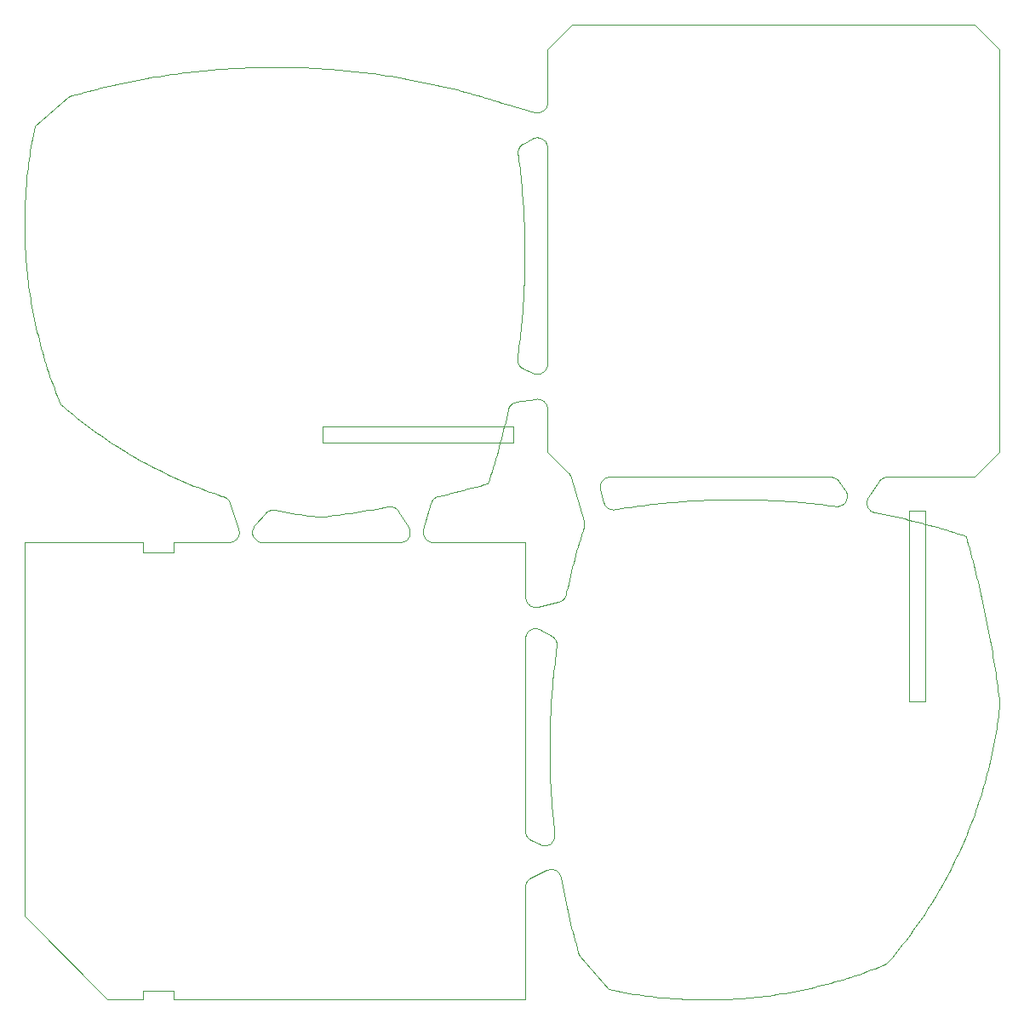
<source format=gko>
%MOIN*%
%OFA0B0*%
%FSLAX44Y44*%
%IPPOS*%
%LPD*%
%ADD10C,0*%
D10*
X00014701Y00017913D02*
X00014701Y00017913D01*
X00009314Y00017913D01*
X00009269Y00017915D01*
X00009225Y00017923D01*
X00009181Y00017936D01*
X00009140Y00017953D01*
X00009101Y00017975D01*
X00009065Y00018002D01*
X00009031Y00018032D01*
X00009002Y00018066D01*
X00008977Y00018103D01*
X00008956Y00018143D01*
X00008939Y00018185D01*
X00008928Y00018229D01*
X00008922Y00018273D01*
X00008920Y00018318D01*
X00008924Y00018363D01*
X00008933Y00018407D01*
X00008947Y00018450D01*
X00008966Y00018491D01*
X00008989Y00018529D01*
X00009016Y00018565D01*
X00009432Y00019044D01*
X00009446Y00019059D01*
X00009461Y00019074D01*
X00009477Y00019088D01*
X00009493Y00019101D01*
X00009510Y00019113D01*
X00009528Y00019124D01*
X00009546Y00019134D01*
X00009565Y00019143D01*
X00009584Y00019152D01*
X00009604Y00019159D01*
X00009624Y00019165D01*
X00009644Y00019170D01*
X00009664Y00019174D01*
X00009685Y00019177D01*
X00009706Y00019179D01*
X00009727Y00019180D01*
X00009748Y00019179D01*
X00009768Y00019178D01*
X00009789Y00019175D01*
X00009810Y00019171D01*
X00009812Y00019171D01*
X00009975Y00019139D01*
X00010139Y00019108D01*
X00010302Y00019078D01*
X00010466Y00019050D01*
X00010631Y00019024D01*
X00010795Y00018999D01*
X00010960Y00018976D01*
X00011125Y00018954D01*
X00011290Y00018933D01*
X00011455Y00018915D01*
X00011621Y00018897D01*
X00011786Y00018918D01*
X00011952Y00018940D01*
X00012117Y00018962D01*
X00012282Y00018985D01*
X00012448Y00019008D01*
X00012613Y00019032D01*
X00012778Y00019057D01*
X00012943Y00019082D01*
X00013107Y00019108D01*
X00013272Y00019134D01*
X00013437Y00019162D01*
X00013601Y00019189D01*
X00013766Y00019218D01*
X00013930Y00019247D01*
X00014094Y00019276D01*
X00014245Y00019304D01*
X00014268Y00019308D01*
X00014292Y00019310D01*
X00014315Y00019311D01*
X00014338Y00019310D01*
X00014362Y00019308D01*
X00014385Y00019305D01*
X00014408Y00019300D01*
X00014430Y00019294D01*
X00014453Y00019286D01*
X00014474Y00019277D01*
X00014496Y00019267D01*
X00014516Y00019256D01*
X00014536Y00019244D01*
X00014555Y00019230D01*
X00014573Y00019215D01*
X00014591Y00019199D01*
X00014607Y00019183D01*
X00014622Y00019165D01*
X00014636Y00019146D01*
X00014649Y00019127D01*
X00015034Y00018516D01*
X00015054Y00018480D01*
X00015071Y00018441D01*
X00015083Y00018401D01*
X00015091Y00018360D01*
X00015094Y00018318D01*
X00015093Y00018276D01*
X00015088Y00018234D01*
X00015078Y00018194D01*
X00015064Y00018154D01*
X00015046Y00018116D01*
X00015023Y00018081D01*
X00014998Y00018048D01*
X00014968Y00018018D01*
X00014936Y00017991D01*
X00014901Y00017968D01*
X00014864Y00017948D01*
X00014825Y00017933D01*
X00014784Y00017922D01*
X00014743Y00017915D01*
X00014701Y00017913D01*
X00022927Y00020472D02*
X00022927Y00020472D01*
X00031563Y00020472D01*
X00031582Y00020471D01*
X00031601Y00020470D01*
X00031619Y00020468D01*
X00031638Y00020465D01*
X00031656Y00020461D01*
X00031674Y00020456D01*
X00031692Y00020450D01*
X00031710Y00020444D01*
X00031727Y00020436D01*
X00031744Y00020428D01*
X00031761Y00020419D01*
X00031777Y00020409D01*
X00031792Y00020398D01*
X00031807Y00020387D01*
X00031822Y00020375D01*
X00031836Y00020362D01*
X00031849Y00020349D01*
X00031862Y00020335D01*
X00031873Y00020320D01*
X00031885Y00020305D01*
X00032140Y00019944D01*
X00032164Y00019905D01*
X00032184Y00019864D01*
X00032198Y00019821D01*
X00032208Y00019776D01*
X00032212Y00019731D01*
X00032211Y00019685D01*
X00032204Y00019640D01*
X00032193Y00019596D01*
X00032176Y00019553D01*
X00032155Y00019513D01*
X00032129Y00019475D01*
X00032099Y00019441D01*
X00032065Y00019410D01*
X00032028Y00019384D01*
X00031988Y00019362D01*
X00031946Y00019344D01*
X00031902Y00019332D01*
X00031857Y00019325D01*
X00031811Y00019323D01*
X00031765Y00019327D01*
X00031679Y00019339D01*
X00031514Y00019360D01*
X00031348Y00019380D01*
X00031183Y00019400D01*
X00031017Y00019419D01*
X00030852Y00019436D01*
X00030686Y00019453D01*
X00030520Y00019469D01*
X00030354Y00019483D01*
X00030188Y00019497D01*
X00030022Y00019510D01*
X00029856Y00019522D01*
X00029689Y00019533D01*
X00029523Y00019543D01*
X00029357Y00019552D01*
X00029190Y00019560D01*
X00029024Y00019567D01*
X00028857Y00019573D01*
X00028691Y00019578D01*
X00028524Y00019583D01*
X00028358Y00019586D01*
X00028191Y00019588D01*
X00028025Y00019590D01*
X00027858Y00019590D01*
X00027691Y00019590D01*
X00027525Y00019588D01*
X00027358Y00019586D01*
X00027192Y00019582D01*
X00027025Y00019578D01*
X00026859Y00019572D01*
X00026692Y00019566D01*
X00026526Y00019559D01*
X00026359Y00019551D01*
X00026193Y00019542D01*
X00026027Y00019531D01*
X00025860Y00019520D01*
X00025694Y00019508D01*
X00025528Y00019495D01*
X00025362Y00019481D01*
X00025196Y00019466D01*
X00025030Y00019451D01*
X00024865Y00019434D01*
X00024699Y00019416D01*
X00024533Y00019397D01*
X00024368Y00019378D01*
X00024203Y00019357D01*
X00024037Y00019335D01*
X00023872Y00019313D01*
X00023707Y00019289D01*
X00023543Y00019265D01*
X00023378Y00019240D01*
X00023213Y00019213D01*
X00023123Y00019198D01*
X00023094Y00019195D01*
X00023065Y00019193D01*
X00023036Y00019194D01*
X00023008Y00019196D01*
X00022979Y00019201D01*
X00022951Y00019208D01*
X00022923Y00019217D01*
X00022896Y00019228D01*
X00022870Y00019241D01*
X00022845Y00019256D01*
X00022822Y00019272D01*
X00022799Y00019291D01*
X00022778Y00019311D01*
X00022759Y00019332D01*
X00022741Y00019355D01*
X00022724Y00019379D01*
X00022710Y00019404D01*
X00022697Y00019430D01*
X00022687Y00019457D01*
X00022678Y00019485D01*
X00022547Y00019976D01*
X00022539Y00020012D01*
X00022535Y00020047D01*
X00022533Y00020083D01*
X00022536Y00020119D01*
X00022541Y00020155D01*
X00022550Y00020190D01*
X00022561Y00020224D01*
X00022576Y00020257D01*
X00022594Y00020288D01*
X00022615Y00020318D01*
X00022638Y00020346D01*
X00022664Y00020371D01*
X00022692Y00020394D01*
X00022721Y00020414D01*
X00022753Y00020431D01*
X00022786Y00020446D01*
X00022820Y00020457D01*
X00022855Y00020465D01*
X00022891Y00020470D01*
X00022927Y00020472D01*
X00019616Y00014147D02*
X00019616Y00014147D01*
X00019618Y00014188D01*
X00019624Y00014228D01*
X00019635Y00014268D01*
X00019649Y00014306D01*
X00019668Y00014343D01*
X00019690Y00014377D01*
X00019716Y00014409D01*
X00019745Y00014438D01*
X00019777Y00014464D01*
X00019811Y00014487D01*
X00019848Y00014506D01*
X00019886Y00014520D01*
X00019925Y00014531D01*
X00019966Y00014538D01*
X00020007Y00014540D01*
X00020048Y00014538D01*
X00020089Y00014532D01*
X00020128Y00014522D01*
X00020167Y00014508D01*
X00020203Y00014489D01*
X00020650Y00014236D01*
X00020670Y00014224D01*
X00020689Y00014211D01*
X00020708Y00014196D01*
X00020725Y00014181D01*
X00020742Y00014164D01*
X00020758Y00014147D01*
X00020772Y00014128D01*
X00020786Y00014109D01*
X00020798Y00014089D01*
X00020809Y00014068D01*
X00020819Y00014047D01*
X00020827Y00014025D01*
X00020834Y00014003D01*
X00020840Y00013980D01*
X00020844Y00013957D01*
X00020848Y00013933D01*
X00020849Y00013910D01*
X00020849Y00013887D01*
X00020848Y00013863D01*
X00020846Y00013840D01*
X00020824Y00013682D01*
X00020802Y00013517D01*
X00020781Y00013353D01*
X00020762Y00013188D01*
X00020743Y00013023D01*
X00020725Y00012859D01*
X00020708Y00012694D01*
X00020692Y00012529D01*
X00020677Y00012363D01*
X00020662Y00012198D01*
X00020649Y00012033D01*
X00020637Y00011868D01*
X00020626Y00011702D01*
X00020615Y00011537D01*
X00020606Y00011371D01*
X00020597Y00011205D01*
X00020590Y00011040D01*
X00020583Y00010874D01*
X00020578Y00010708D01*
X00020573Y00010543D01*
X00020569Y00010377D01*
X00020567Y00010211D01*
X00020565Y00010045D01*
X00020564Y00009879D01*
X00020564Y00009714D01*
X00020565Y00009548D01*
X00020567Y00009382D01*
X00020570Y00009216D01*
X00020574Y00009050D01*
X00020579Y00008885D01*
X00020585Y00008719D01*
X00020592Y00008553D01*
X00020600Y00008387D01*
X00020608Y00008222D01*
X00020618Y00008056D01*
X00020629Y00007891D01*
X00020640Y00007725D01*
X00020653Y00007560D01*
X00020666Y00007395D01*
X00020681Y00007230D01*
X00020696Y00007064D01*
X00020712Y00006899D01*
X00020730Y00006735D01*
X00020748Y00006570D01*
X00020759Y00006477D01*
X00020761Y00006435D01*
X00020759Y00006393D01*
X00020753Y00006352D01*
X00020743Y00006312D01*
X00020728Y00006273D01*
X00020709Y00006235D01*
X00020686Y00006200D01*
X00020660Y00006168D01*
X00020631Y00006138D01*
X00020598Y00006112D01*
X00020563Y00006089D01*
X00020526Y00006071D01*
X00020487Y00006056D01*
X00020446Y00006045D01*
X00020405Y00006039D01*
X00020363Y00006038D01*
X00020321Y00006040D01*
X00020280Y00006047D01*
X00020240Y00006059D01*
X00020201Y00006074D01*
X00019843Y00006241D01*
X00019823Y00006251D01*
X00019804Y00006262D01*
X00019785Y00006274D01*
X00019767Y00006288D01*
X00019750Y00006302D01*
X00019733Y00006317D01*
X00019718Y00006333D01*
X00019703Y00006350D01*
X00019690Y00006368D01*
X00019677Y00006386D01*
X00019666Y00006406D01*
X00019656Y00006425D01*
X00019646Y00006446D01*
X00019638Y00006467D01*
X00019631Y00006488D01*
X00019626Y00006509D01*
X00019621Y00006531D01*
X00019618Y00006553D01*
X00019616Y00006576D01*
X00019616Y00006598D01*
X00019616Y00014147D01*
X00021316Y00020612D02*
X00021316Y00020612D01*
X00021323Y00020605D01*
X00021329Y00020598D01*
X00021336Y00020591D01*
X00021342Y00020583D01*
X00021349Y00020575D01*
X00021355Y00020567D01*
X00021360Y00020559D01*
X00021366Y00020551D01*
X00021371Y00020543D01*
X00021376Y00020534D01*
X00021381Y00020526D01*
X00021386Y00020517D01*
X00021391Y00020508D01*
X00021395Y00020499D01*
X00021399Y00020490D01*
X00021403Y00020481D01*
X00021406Y00020472D01*
X00021410Y00020462D01*
X00021413Y00020453D01*
X00021416Y00020443D01*
X00021909Y00018739D01*
X00021912Y00018728D01*
X00021915Y00018717D01*
X00021917Y00018706D01*
X00021919Y00018694D01*
X00021921Y00018683D01*
X00021922Y00018671D01*
X00021923Y00018660D01*
X00021924Y00018648D01*
X00021924Y00018637D01*
X00021924Y00018625D01*
X00021924Y00018614D01*
X00021923Y00018602D01*
X00021922Y00018591D01*
X00021921Y00018579D01*
X00021920Y00018568D01*
X00021918Y00018557D01*
X00021915Y00018545D01*
X00021913Y00018534D01*
X00021910Y00018523D01*
X00021906Y00018512D01*
X00021862Y00018372D01*
X00021814Y00018213D01*
X00021766Y00018054D01*
X00021719Y00017895D01*
X00021673Y00017736D01*
X00021628Y00017576D01*
X00021583Y00017416D01*
X00021540Y00017256D01*
X00021498Y00017096D01*
X00021456Y00016936D01*
X00021416Y00016775D01*
X00021376Y00016614D01*
X00021338Y00016452D01*
X00021300Y00016291D01*
X00021263Y00016129D01*
X00021227Y00015967D01*
X00021209Y00015883D01*
X00021204Y00015861D01*
X00021197Y00015840D01*
X00021190Y00015819D01*
X00021181Y00015799D01*
X00021171Y00015779D01*
X00021160Y00015760D01*
X00021148Y00015741D01*
X00021135Y00015723D01*
X00021121Y00015706D01*
X00021105Y00015690D01*
X00021089Y00015675D01*
X00021073Y00015660D01*
X00021055Y00015647D01*
X00021037Y00015634D01*
X00021018Y00015623D01*
X00020998Y00015612D01*
X00020978Y00015603D01*
X00020957Y00015595D01*
X00020936Y00015588D01*
X00020915Y00015583D01*
X00020100Y00015390D01*
X00020065Y00015384D01*
X00020030Y00015380D01*
X00019994Y00015380D01*
X00019959Y00015383D01*
X00019924Y00015389D01*
X00019890Y00015399D01*
X00019856Y00015411D01*
X00019824Y00015426D01*
X00019794Y00015444D01*
X00019765Y00015465D01*
X00019738Y00015488D01*
X00019714Y00015514D01*
X00019691Y00015541D01*
X00019672Y00015571D01*
X00019655Y00015602D01*
X00019641Y00015635D01*
X00019630Y00015668D01*
X00019622Y00015703D01*
X00019617Y00015738D01*
X00019616Y00015774D01*
X00019616Y00017913D01*
X00016007Y00017913D01*
X00015970Y00017915D01*
X00015934Y00017920D01*
X00015899Y00017928D01*
X00015865Y00017939D01*
X00015831Y00017954D01*
X00015800Y00017972D01*
X00015770Y00017992D01*
X00015742Y00018015D01*
X00015716Y00018041D01*
X00015693Y00018069D01*
X00015672Y00018099D01*
X00015655Y00018130D01*
X00015640Y00018164D01*
X00015628Y00018198D01*
X00015620Y00018233D01*
X00015615Y00018269D01*
X00015613Y00018306D01*
X00015615Y00018342D01*
X00015620Y00018378D01*
X00015628Y00018413D01*
X00015916Y00019438D01*
X00015922Y00019458D01*
X00015930Y00019478D01*
X00015938Y00019497D01*
X00015947Y00019516D01*
X00015958Y00019534D01*
X00015969Y00019552D01*
X00015981Y00019569D01*
X00015994Y00019585D01*
X00016008Y00019601D01*
X00016023Y00019616D01*
X00016039Y00019630D01*
X00016055Y00019643D01*
X00016072Y00019656D01*
X00016090Y00019667D01*
X00016108Y00019678D01*
X00016127Y00019687D01*
X00016146Y00019696D01*
X00016166Y00019703D01*
X00016186Y00019709D01*
X00016206Y00019715D01*
X00016217Y00019717D01*
X00016380Y00019755D01*
X00016542Y00019794D01*
X00016704Y00019834D01*
X00016866Y00019874D01*
X00017028Y00019914D01*
X00017190Y00019956D01*
X00017351Y00019998D01*
X00017512Y00020040D01*
X00017674Y00020083D01*
X00017835Y00020127D01*
X00017995Y00020171D01*
X00018156Y00020216D01*
X00018207Y00020375D01*
X00018258Y00020533D01*
X00018307Y00020692D01*
X00018356Y00020852D01*
X00018404Y00021011D01*
X00018450Y00021171D01*
X00018496Y00021332D01*
X00018541Y00021492D01*
X00018585Y00021653D01*
X00018627Y00021811D01*
X00011680Y00021811D01*
X00011680Y00022440D01*
X00018786Y00022440D01*
X00018752Y00022298D01*
X00018711Y00022136D01*
X00018670Y00021975D01*
X00018628Y00021814D01*
X00018627Y00021811D01*
X00019160Y00021811D01*
X00019160Y00022440D01*
X00018786Y00022440D01*
X00018791Y00022460D01*
X00018829Y00022622D01*
X00018867Y00022784D01*
X00018903Y00022947D01*
X00018937Y00023101D01*
X00018937Y00023101D01*
X00018943Y00023124D01*
X00018950Y00023146D01*
X00018958Y00023168D01*
X00018968Y00023190D01*
X00018979Y00023211D01*
X00018991Y00023231D01*
X00019005Y00023250D01*
X00019019Y00023269D01*
X00019035Y00023287D01*
X00019052Y00023303D01*
X00019070Y00023319D01*
X00019088Y00023333D01*
X00019108Y00023347D01*
X00019128Y00023359D01*
X00019149Y00023370D01*
X00019170Y00023380D01*
X00019192Y00023388D01*
X00019215Y00023395D01*
X00019238Y00023401D01*
X00019261Y00023406D01*
X00020017Y00023524D01*
X00020051Y00023528D01*
X00020085Y00023529D01*
X00020119Y00023526D01*
X00020153Y00023522D01*
X00020186Y00023514D01*
X00020218Y00023503D01*
X00020249Y00023490D01*
X00020279Y00023474D01*
X00020307Y00023455D01*
X00020334Y00023434D01*
X00020359Y00023411D01*
X00020382Y00023386D01*
X00020402Y00023359D01*
X00020420Y00023330D01*
X00020436Y00023300D01*
X00020449Y00023268D01*
X00020459Y00023236D01*
X00020466Y00023203D01*
X00020470Y00023169D01*
X00020472Y00023135D01*
X00020472Y00021456D01*
X00021316Y00020612D01*
X00007796Y00019701D02*
X00007796Y00019701D01*
X00007813Y00019695D01*
X00007830Y00019688D01*
X00007847Y00019680D01*
X00007864Y00019672D01*
X00007880Y00019663D01*
X00007895Y00019653D01*
X00007910Y00019642D01*
X00007925Y00019630D01*
X00007939Y00019618D01*
X00007952Y00019605D01*
X00007965Y00019592D01*
X00007977Y00019578D01*
X00007989Y00019564D01*
X00008000Y00019548D01*
X00008010Y00019533D01*
X00008019Y00019517D01*
X00008027Y00019501D01*
X00008035Y00019484D01*
X00008042Y00019467D01*
X00008048Y00019449D01*
X00008382Y00018429D01*
X00008392Y00018393D01*
X00008399Y00018357D01*
X00008402Y00018320D01*
X00008401Y00018283D01*
X00008397Y00018246D01*
X00008390Y00018209D01*
X00008379Y00018174D01*
X00008364Y00018139D01*
X00008347Y00018107D01*
X00008327Y00018076D01*
X00008304Y00018047D01*
X00008278Y00018020D01*
X00008250Y00017996D01*
X00008219Y00017974D01*
X00008187Y00017956D01*
X00008153Y00017941D01*
X00008118Y00017929D01*
X00008082Y00017920D01*
X00008045Y00017915D01*
X00008008Y00017913D01*
X00005836Y00017913D01*
X00005836Y00017519D01*
X00004655Y00017519D01*
X00004655Y00017913D01*
X00000000Y00017913D01*
X00000000Y00003267D01*
X00003238Y00000000D01*
X00004655Y00000000D01*
X00004655Y00000354D01*
X00005836Y00000354D01*
X00005836Y00000000D01*
X00019616Y00000000D01*
X00019616Y00004425D01*
X00019616Y00004447D01*
X00019618Y00004469D01*
X00019621Y00004491D01*
X00019626Y00004513D01*
X00019631Y00004534D01*
X00019638Y00004555D01*
X00019646Y00004576D01*
X00019655Y00004596D01*
X00019665Y00004616D01*
X00019677Y00004635D01*
X00019689Y00004653D01*
X00019702Y00004671D01*
X00019717Y00004688D01*
X00019732Y00004704D01*
X00019748Y00004719D01*
X00019765Y00004733D01*
X00019783Y00004747D01*
X00019801Y00004759D01*
X00019821Y00004770D01*
X00019840Y00004780D01*
X00020451Y00005070D01*
X00020484Y00005084D01*
X00020519Y00005095D01*
X00020554Y00005103D01*
X00020590Y00005107D01*
X00020627Y00005108D01*
X00020663Y00005106D01*
X00020698Y00005100D01*
X00020734Y00005092D01*
X00020768Y00005080D01*
X00020801Y00005064D01*
X00020832Y00005046D01*
X00020862Y00005025D01*
X00020889Y00005002D01*
X00020914Y00004976D01*
X00020937Y00004948D01*
X00020957Y00004918D01*
X00020974Y00004886D01*
X00020989Y00004852D01*
X00021000Y00004818D01*
X00021008Y00004783D01*
X00021011Y00004765D01*
X00021040Y00004602D01*
X00021071Y00004439D01*
X00021102Y00004276D01*
X00021135Y00004113D01*
X00021168Y00003951D01*
X00021202Y00003789D01*
X00021237Y00003627D01*
X00021273Y00003465D01*
X00021311Y00003303D01*
X00021348Y00003142D01*
X00021387Y00002980D01*
X00021427Y00002820D01*
X00021468Y00002659D01*
X00021510Y00002498D01*
X00021552Y00002338D01*
X00021596Y00002178D01*
X00021640Y00002018D01*
X00021685Y00001859D01*
X00021732Y00001699D01*
X00022874Y00000400D01*
X00022874Y00000400D01*
X00023036Y00000367D01*
X00023198Y00000335D01*
X00023361Y00000304D01*
X00023524Y00000275D01*
X00023687Y00000247D01*
X00023851Y00000221D01*
X00024015Y00000196D01*
X00024179Y00000172D01*
X00024343Y00000150D01*
X00024507Y00000130D01*
X00024672Y00000111D01*
X00024837Y00000094D01*
X00025001Y00000078D01*
X00025166Y00000063D01*
X00025332Y00000050D01*
X00025497Y00000039D01*
X00025662Y00000029D01*
X00025828Y00000020D01*
X00025993Y00000013D01*
X00026159Y00000007D01*
X00026324Y00000003D01*
X00026490Y00000001D01*
X00026656Y00000000D01*
X00026821Y00000000D01*
X00026987Y00000002D01*
X00027152Y00000005D01*
X00027318Y00000010D01*
X00027484Y00000016D01*
X00027649Y00000024D01*
X00027814Y00000033D01*
X00027980Y00000044D01*
X00028145Y00000056D01*
X00028310Y00000070D01*
X00028475Y00000085D01*
X00028640Y00000102D01*
X00028804Y00000120D01*
X00028969Y00000140D01*
X00029133Y00000161D01*
X00029297Y00000183D01*
X00029461Y00000207D01*
X00029625Y00000233D01*
X00029788Y00000260D01*
X00029951Y00000289D01*
X00030114Y00000318D01*
X00030277Y00000350D01*
X00030439Y00000383D01*
X00030601Y00000417D01*
X00030763Y00000453D01*
X00030925Y00000490D01*
X00031086Y00000529D01*
X00031246Y00000569D01*
X00031407Y00000610D01*
X00031567Y00000653D01*
X00031726Y00000698D01*
X00031886Y00000744D01*
X00032044Y00000791D01*
X00032203Y00000840D01*
X00032360Y00000890D01*
X00032518Y00000941D01*
X00032675Y00000994D01*
X00032831Y00001049D01*
X00032987Y00001104D01*
X00033143Y00001162D01*
X00033298Y00001220D01*
X00033452Y00001280D01*
X00033606Y00001341D01*
X00033759Y00001404D01*
X00033759Y00001404D01*
X00033868Y00001530D01*
X00033976Y00001657D01*
X00034083Y00001785D01*
X00034188Y00001913D01*
X00034292Y00002043D01*
X00034395Y00002174D01*
X00034497Y00002305D01*
X00034598Y00002438D01*
X00034697Y00002571D01*
X00034795Y00002705D01*
X00034892Y00002841D01*
X00034988Y00002977D01*
X00035083Y00003114D01*
X00035176Y00003251D01*
X00035268Y00003390D01*
X00035359Y00003529D01*
X00035448Y00003670D01*
X00035537Y00003811D01*
X00035624Y00003953D01*
X00035709Y00004095D01*
X00035794Y00004239D01*
X00035877Y00004383D01*
X00035958Y00004528D01*
X00036039Y00004673D01*
X00036118Y00004820D01*
X00036196Y00004967D01*
X00036272Y00005115D01*
X00036347Y00005263D01*
X00036421Y00005412D01*
X00036493Y00005562D01*
X00036564Y00005713D01*
X00036634Y00005864D01*
X00036702Y00006015D01*
X00036769Y00006168D01*
X00036834Y00006321D01*
X00036899Y00006474D01*
X00036961Y00006628D01*
X00037023Y00006783D01*
X00037082Y00006938D01*
X00037141Y00007094D01*
X00037198Y00007250D01*
X00037254Y00007407D01*
X00037308Y00007565D01*
X00037361Y00007722D01*
X00037412Y00007881D01*
X00037462Y00008039D01*
X00037510Y00008198D01*
X00037557Y00008358D01*
X00037603Y00008518D01*
X00037647Y00008679D01*
X00037690Y00008839D01*
X00037731Y00009001D01*
X00037771Y00009162D01*
X00037809Y00009324D01*
X00037846Y00009486D01*
X00037881Y00009649D01*
X00037915Y00009812D01*
X00037947Y00009975D01*
X00037978Y00010139D01*
X00038007Y00010302D01*
X00038035Y00010466D01*
X00038062Y00010631D01*
X00038086Y00010795D01*
X00038110Y00010960D01*
X00038132Y00011125D01*
X00038152Y00011290D01*
X00038171Y00011455D01*
X00038188Y00011621D01*
X00038168Y00011786D01*
X00038146Y00011952D01*
X00038124Y00012117D01*
X00038101Y00012282D01*
X00038078Y00012448D01*
X00038054Y00012613D01*
X00038029Y00012778D01*
X00038004Y00012943D01*
X00037978Y00013107D01*
X00037951Y00013272D01*
X00037924Y00013437D01*
X00037896Y00013601D01*
X00037868Y00013766D01*
X00037839Y00013930D01*
X00037809Y00014094D01*
X00037779Y00014258D01*
X00037748Y00014422D01*
X00037717Y00014586D01*
X00037685Y00014750D01*
X00037652Y00014913D01*
X00037619Y00015077D01*
X00037585Y00015240D01*
X00037550Y00015403D01*
X00037515Y00015566D01*
X00037479Y00015729D01*
X00037443Y00015892D01*
X00037406Y00016055D01*
X00037368Y00016217D01*
X00037330Y00016380D01*
X00037291Y00016542D01*
X00037252Y00016704D01*
X00037212Y00016866D01*
X00037171Y00017028D01*
X00037130Y00017190D01*
X00037088Y00017351D01*
X00037046Y00017512D01*
X00037002Y00017674D01*
X00036959Y00017835D01*
X00036914Y00017995D01*
X00036870Y00018156D01*
X00036711Y00018207D01*
X00036552Y00018258D01*
X00036393Y00018307D01*
X00036234Y00018356D01*
X00036074Y00018404D01*
X00035914Y00018450D01*
X00035754Y00018496D01*
X00035594Y00018541D01*
X00035433Y00018585D01*
X00035275Y00018627D01*
X00035275Y00011680D01*
X00034645Y00011680D01*
X00034645Y00018786D01*
X00034788Y00018752D01*
X00034949Y00018711D01*
X00035111Y00018670D01*
X00035272Y00018628D01*
X00035275Y00018627D01*
X00035275Y00019160D01*
X00034645Y00019160D01*
X00034645Y00018786D01*
X00034626Y00018791D01*
X00034464Y00018829D01*
X00034301Y00018867D01*
X00034139Y00018903D01*
X00033976Y00018939D01*
X00033813Y00018974D01*
X00033650Y00019007D01*
X00033487Y00019040D01*
X00033323Y00019072D01*
X00033302Y00019076D01*
X00033264Y00019085D01*
X00033227Y00019098D01*
X00033192Y00019114D01*
X00033158Y00019134D01*
X00033127Y00019157D01*
X00033098Y00019183D01*
X00033072Y00019212D01*
X00033048Y00019243D01*
X00033028Y00019276D01*
X00033011Y00019311D01*
X00032998Y00019348D01*
X00032989Y00019386D01*
X00032983Y00019424D01*
X00032981Y00019463D01*
X00032983Y00019502D01*
X00032989Y00019541D01*
X00032998Y00019578D01*
X00033012Y00019615D01*
X00033028Y00019650D01*
X00033048Y00019683D01*
X00033464Y00020299D01*
X00033475Y00020314D01*
X00033487Y00020329D01*
X00033500Y00020344D01*
X00033513Y00020358D01*
X00033527Y00020371D01*
X00033541Y00020383D01*
X00033557Y00020395D01*
X00033572Y00020406D01*
X00033589Y00020416D01*
X00033605Y00020426D01*
X00033623Y00020435D01*
X00033640Y00020442D01*
X00033658Y00020449D01*
X00033676Y00020455D01*
X00033695Y00020460D01*
X00033714Y00020464D01*
X00033733Y00020468D01*
X00033752Y00020470D01*
X00033771Y00020471D01*
X00033790Y00020472D01*
X00037204Y00020472D01*
X00038188Y00021456D01*
X00038188Y00037204D01*
X00037204Y00038188D01*
X00021456Y00038188D01*
X00020472Y00037204D01*
X00020472Y00035132D01*
X00020470Y00035096D01*
X00020465Y00035060D01*
X00020457Y00035024D01*
X00020445Y00034990D01*
X00020431Y00034956D01*
X00020413Y00034925D01*
X00020393Y00034895D01*
X00020369Y00034867D01*
X00020344Y00034841D01*
X00020316Y00034818D01*
X00020286Y00034797D01*
X00020254Y00034780D01*
X00020221Y00034765D01*
X00020186Y00034753D01*
X00020151Y00034745D01*
X00020115Y00034740D01*
X00020079Y00034738D01*
X00020042Y00034740D01*
X00020006Y00034745D01*
X00019971Y00034753D01*
X00018852Y00035070D01*
X00018851Y00035070D01*
X00018851Y00035070D01*
X00018850Y00035070D01*
X00018849Y00035071D01*
X00018848Y00035071D01*
X00018848Y00035071D01*
X00018847Y00035071D01*
X00018846Y00035071D01*
X00018845Y00035072D01*
X00018845Y00035072D01*
X00018844Y00035072D01*
X00018843Y00035072D01*
X00018842Y00035073D01*
X00018842Y00035073D01*
X00018841Y00035073D01*
X00018840Y00035073D01*
X00018839Y00035074D01*
X00018839Y00035074D01*
X00018838Y00035074D01*
X00018837Y00035074D01*
X00018688Y00035123D01*
X00018530Y00035174D01*
X00018372Y00035223D01*
X00018213Y00035272D01*
X00018054Y00035320D01*
X00017895Y00035367D01*
X00017736Y00035413D01*
X00017576Y00035458D01*
X00017416Y00035502D01*
X00017256Y00035545D01*
X00017096Y00035588D01*
X00016936Y00035629D01*
X00016775Y00035670D01*
X00016614Y00035709D01*
X00016452Y00035748D01*
X00016291Y00035786D01*
X00016129Y00035822D01*
X00015967Y00035858D01*
X00015805Y00035893D01*
X00015643Y00035927D01*
X00015480Y00035960D01*
X00015318Y00035992D01*
X00015155Y00036023D01*
X00014992Y00036054D01*
X00014829Y00036083D01*
X00014665Y00036111D01*
X00014502Y00036139D01*
X00014338Y00036165D01*
X00014174Y00036191D01*
X00014010Y00036215D01*
X00013846Y00036239D01*
X00013682Y00036262D01*
X00013517Y00036283D01*
X00013353Y00036304D01*
X00013188Y00036324D01*
X00013023Y00036343D01*
X00012859Y00036361D01*
X00012694Y00036378D01*
X00012529Y00036394D01*
X00012363Y00036409D01*
X00012198Y00036423D01*
X00012033Y00036436D01*
X00011868Y00036449D01*
X00011702Y00036460D01*
X00011537Y00036470D01*
X00011371Y00036480D01*
X00011205Y00036488D01*
X00011040Y00036496D01*
X00010874Y00036502D01*
X00010708Y00036508D01*
X00010543Y00036513D01*
X00010377Y00036516D01*
X00010211Y00036519D01*
X00010045Y00036521D01*
X00009879Y00036522D01*
X00009714Y00036521D01*
X00009548Y00036520D01*
X00009382Y00036518D01*
X00009216Y00036515D01*
X00009050Y00036511D01*
X00008885Y00036506D01*
X00008719Y00036501D01*
X00008553Y00036494D01*
X00008387Y00036486D01*
X00008222Y00036477D01*
X00008056Y00036468D01*
X00007891Y00036457D01*
X00007725Y00036445D01*
X00007560Y00036433D01*
X00007395Y00036419D01*
X00007230Y00036405D01*
X00007064Y00036390D01*
X00006899Y00036373D01*
X00006735Y00036356D01*
X00006570Y00036338D01*
X00006405Y00036319D01*
X00006240Y00036298D01*
X00006076Y00036277D01*
X00005912Y00036255D01*
X00005747Y00036232D01*
X00005583Y00036209D01*
X00005419Y00036184D01*
X00005255Y00036158D01*
X00005092Y00036131D01*
X00004928Y00036103D01*
X00004765Y00036075D01*
X00004602Y00036045D01*
X00004439Y00036015D01*
X00004276Y00035983D01*
X00004113Y00035951D01*
X00003951Y00035918D01*
X00003789Y00035883D01*
X00003627Y00035848D01*
X00003465Y00035812D01*
X00003303Y00035775D01*
X00003142Y00035737D01*
X00002980Y00035698D01*
X00002820Y00035658D01*
X00002659Y00035618D01*
X00002498Y00035576D01*
X00002338Y00035533D01*
X00002178Y00035490D01*
X00002018Y00035445D01*
X00001859Y00035400D01*
X00001699Y00035354D01*
X00000400Y00034212D01*
X00000400Y00034212D01*
X00000367Y00034050D01*
X00000335Y00033887D01*
X00000304Y00033725D01*
X00000275Y00033562D01*
X00000247Y00033398D01*
X00000221Y00033235D01*
X00000196Y00033071D01*
X00000172Y00032907D01*
X00000150Y00032743D01*
X00000130Y00032578D01*
X00000111Y00032414D01*
X00000094Y00032249D01*
X00000078Y00032084D01*
X00000063Y00031919D01*
X00000050Y00031754D01*
X00000039Y00031589D01*
X00000029Y00031423D01*
X00000020Y00031258D01*
X00000013Y00031092D01*
X00000007Y00030927D01*
X00000003Y00030761D01*
X00000001Y00030596D01*
X00000000Y00030430D01*
X00000000Y00030264D01*
X00000002Y00030099D01*
X00000005Y00029933D01*
X00000010Y00029768D01*
X00000016Y00029602D01*
X00000024Y00029437D01*
X00000033Y00029271D01*
X00000044Y00029106D01*
X00000056Y00028941D01*
X00000070Y00028776D01*
X00000085Y00028611D01*
X00000102Y00028446D01*
X00000120Y00028281D01*
X00000140Y00028117D01*
X00000161Y00027952D01*
X00000183Y00027788D01*
X00000207Y00027624D01*
X00000233Y00027461D01*
X00000260Y00027297D01*
X00000289Y00027134D01*
X00000318Y00026971D01*
X00000350Y00026809D01*
X00000383Y00026646D01*
X00000417Y00026484D01*
X00000453Y00026322D01*
X00000490Y00026161D01*
X00000529Y00026000D01*
X00000569Y00025839D01*
X00000610Y00025679D01*
X00000653Y00025519D01*
X00000698Y00025359D01*
X00000744Y00025200D01*
X00000791Y00025041D01*
X00000840Y00024883D01*
X00000890Y00024725D01*
X00000941Y00024568D01*
X00000994Y00024411D01*
X00001049Y00024254D01*
X00001104Y00024098D01*
X00001162Y00023943D01*
X00001220Y00023788D01*
X00001280Y00023633D01*
X00001341Y00023480D01*
X00001404Y00023326D01*
X00001404Y00023326D01*
X00001530Y00023217D01*
X00001657Y00023110D01*
X00001785Y00023003D01*
X00001913Y00022898D01*
X00002043Y00022793D01*
X00002174Y00022690D01*
X00002305Y00022589D01*
X00002438Y00022488D01*
X00002571Y00022388D01*
X00002705Y00022290D01*
X00002841Y00022193D01*
X00002977Y00022097D01*
X00003114Y00022003D01*
X00003251Y00021910D01*
X00003390Y00021817D01*
X00003529Y00021727D01*
X00003670Y00021637D01*
X00003811Y00021549D01*
X00003953Y00021462D01*
X00004095Y00021376D01*
X00004239Y00021292D01*
X00004383Y00021209D01*
X00004528Y00021127D01*
X00004673Y00021047D01*
X00004820Y00020968D01*
X00004967Y00020890D01*
X00005115Y00020814D01*
X00005263Y00020738D01*
X00005412Y00020665D01*
X00005562Y00020592D01*
X00005713Y00020521D01*
X00005864Y00020452D01*
X00006015Y00020383D01*
X00006168Y00020317D01*
X00006321Y00020251D01*
X00006474Y00020187D01*
X00006628Y00020124D01*
X00006783Y00020063D01*
X00006938Y00020003D01*
X00007094Y00019945D01*
X00007250Y00019888D01*
X00007407Y00019832D01*
X00007565Y00019778D01*
X00007722Y00019725D01*
X00007796Y00019701D01*
X00019325Y00033127D02*
X00019325Y00033127D01*
X00019322Y00033150D01*
X00019321Y00033174D01*
X00019322Y00033198D01*
X00019323Y00033222D01*
X00019327Y00033246D01*
X00019332Y00033270D01*
X00019338Y00033293D01*
X00019345Y00033316D01*
X00019354Y00033338D01*
X00019365Y00033360D01*
X00019376Y00033381D01*
X00019389Y00033401D01*
X00019403Y00033421D01*
X00019419Y00033439D01*
X00019435Y00033457D01*
X00019453Y00033473D01*
X00019471Y00033489D01*
X00019490Y00033503D01*
X00019510Y00033516D01*
X00019531Y00033528D01*
X00019895Y00033719D01*
X00019932Y00033736D01*
X00019970Y00033750D01*
X00020009Y00033759D01*
X00020049Y00033764D01*
X00020090Y00033765D01*
X00020130Y00033761D01*
X00020170Y00033754D01*
X00020209Y00033743D01*
X00020246Y00033727D01*
X00020282Y00033708D01*
X00020315Y00033686D01*
X00020346Y00033660D01*
X00020374Y00033631D01*
X00020399Y00033599D01*
X00020421Y00033565D01*
X00020439Y00033528D01*
X00020453Y00033491D01*
X00020464Y00033451D01*
X00020470Y00033412D01*
X00020472Y00033371D01*
X00020472Y00024896D01*
X00020470Y00024856D01*
X00020464Y00024817D01*
X00020454Y00024779D01*
X00020441Y00024742D01*
X00020423Y00024706D01*
X00020403Y00024672D01*
X00020379Y00024641D01*
X00020352Y00024612D01*
X00020322Y00024586D01*
X00020290Y00024563D01*
X00020255Y00024544D01*
X00020219Y00024528D01*
X00020181Y00024516D01*
X00020143Y00024507D01*
X00020104Y00024503D01*
X00020064Y00024502D01*
X00020025Y00024506D01*
X00019986Y00024513D01*
X00019948Y00024524D01*
X00019911Y00024539D01*
X00019524Y00024721D01*
X00019501Y00024732D01*
X00019480Y00024745D01*
X00019459Y00024759D01*
X00019439Y00024774D01*
X00019420Y00024791D01*
X00019403Y00024808D01*
X00019386Y00024827D01*
X00019371Y00024847D01*
X00019357Y00024868D01*
X00019344Y00024890D01*
X00019333Y00024912D01*
X00019323Y00024935D01*
X00019315Y00024959D01*
X00019308Y00024983D01*
X00019303Y00025007D01*
X00019299Y00025032D01*
X00019297Y00025057D01*
X00019297Y00025082D01*
X00019298Y00025107D01*
X00019301Y00025132D01*
X00019316Y00025242D01*
X00019339Y00025407D01*
X00019360Y00025572D01*
X00019380Y00025737D01*
X00019400Y00025903D01*
X00019419Y00026068D01*
X00019436Y00026234D01*
X00019453Y00026400D01*
X00019469Y00026566D01*
X00019483Y00026732D01*
X00019497Y00026898D01*
X00019510Y00027064D01*
X00019522Y00027230D01*
X00019533Y00027396D01*
X00019543Y00027563D01*
X00019552Y00027729D01*
X00019560Y00027895D01*
X00019567Y00028062D01*
X00019573Y00028228D01*
X00019578Y00028395D01*
X00019583Y00028561D01*
X00019586Y00028728D01*
X00019588Y00028894D01*
X00019590Y00029061D01*
X00019590Y00029228D01*
X00019590Y00029394D01*
X00019588Y00029561D01*
X00019586Y00029727D01*
X00019582Y00029894D01*
X00019578Y00030061D01*
X00019572Y00030227D01*
X00019566Y00030394D01*
X00019559Y00030560D01*
X00019551Y00030726D01*
X00019542Y00030893D01*
X00019531Y00031059D01*
X00019520Y00031225D01*
X00019508Y00031391D01*
X00019495Y00031558D01*
X00019481Y00031724D01*
X00019466Y00031889D01*
X00019451Y00032055D01*
X00019434Y00032221D01*
X00019416Y00032387D01*
X00019397Y00032552D01*
X00019378Y00032718D01*
X00019357Y00032883D01*
X00019335Y00033048D01*
X00019325Y00033127D01*
M02*
</source>
